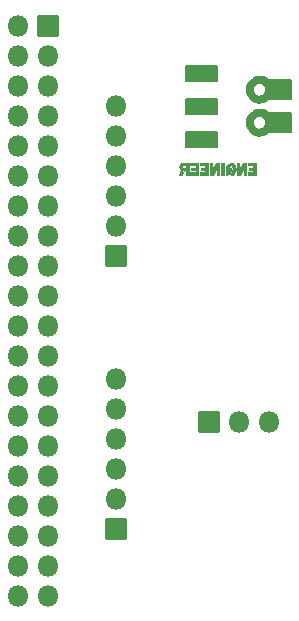
<source format=gbr>
%TF.GenerationSoftware,KiCad,Pcbnew,8.0.2*%
%TF.CreationDate,2024-05-07T14:35:48-05:00*%
%TF.ProjectId,CERBERUS 2100 Blinky,43455242-4552-4555-9320-323130302042,rev?*%
%TF.SameCoordinates,Original*%
%TF.FileFunction,Soldermask,Bot*%
%TF.FilePolarity,Negative*%
%FSLAX46Y46*%
G04 Gerber Fmt 4.6, Leading zero omitted, Abs format (unit mm)*
G04 Created by KiCad (PCBNEW 8.0.2) date 2024-05-07 14:35:48*
%MOMM*%
%LPD*%
G01*
G04 APERTURE LIST*
G04 Aperture macros list*
%AMRoundRect*
0 Rectangle with rounded corners*
0 $1 Rounding radius*
0 $2 $3 $4 $5 $6 $7 $8 $9 X,Y pos of 4 corners*
0 Add a 4 corners polygon primitive as box body*
4,1,4,$2,$3,$4,$5,$6,$7,$8,$9,$2,$3,0*
0 Add four circle primitives for the rounded corners*
1,1,$1+$1,$2,$3*
1,1,$1+$1,$4,$5*
1,1,$1+$1,$6,$7*
1,1,$1+$1,$8,$9*
0 Add four rect primitives between the rounded corners*
20,1,$1+$1,$2,$3,$4,$5,0*
20,1,$1+$1,$4,$5,$6,$7,0*
20,1,$1+$1,$6,$7,$8,$9,0*
20,1,$1+$1,$8,$9,$2,$3,0*%
G04 Aperture macros list end*
%ADD10C,0.134262*%
%ADD11C,0.095901*%
%ADD12RoundRect,0.050800X-0.850000X-0.850000X0.850000X-0.850000X0.850000X0.850000X-0.850000X0.850000X0*%
%ADD13O,1.801600X1.801600*%
%ADD14RoundRect,0.050800X0.850000X-0.850000X0.850000X0.850000X-0.850000X0.850000X-0.850000X-0.850000X0*%
%ADD15RoundRect,0.050800X0.850000X0.850000X-0.850000X0.850000X-0.850000X-0.850000X0.850000X-0.850000X0*%
G04 APERTURE END LIST*
D10*
%TO.C,svg2mod*%
X99160975Y-66708357D02*
X96525975Y-66708357D01*
X96525975Y-65485077D01*
X99160975Y-65485077D01*
X99160975Y-66708357D01*
G36*
X99160975Y-66708357D02*
G01*
X96525975Y-66708357D01*
X96525975Y-65485077D01*
X99160975Y-65485077D01*
X99160975Y-66708357D01*
G37*
X99160975Y-69507739D02*
X96525975Y-69507739D01*
X96525975Y-68284458D01*
X99160975Y-68284458D01*
X99160975Y-69507739D01*
G36*
X99160975Y-69507739D02*
G01*
X96525975Y-69507739D01*
X96525975Y-68284458D01*
X99160975Y-68284458D01*
X99160975Y-69507739D01*
G37*
X99160975Y-72314847D02*
X96525975Y-72314847D01*
X96525975Y-71091566D01*
X99160975Y-71091566D01*
X99160975Y-72314847D01*
G36*
X99160975Y-72314847D02*
G01*
X96525975Y-72314847D01*
X96525975Y-71091566D01*
X99160975Y-71091566D01*
X99160975Y-72314847D01*
G37*
D11*
X99793475Y-74684149D02*
X99568475Y-74684149D01*
X99568475Y-73687496D01*
X99793475Y-73687496D01*
X99793475Y-74684149D01*
G36*
X99793475Y-74684149D02*
G01*
X99568475Y-74684149D01*
X99568475Y-73687496D01*
X99793475Y-73687496D01*
X99793475Y-74684149D01*
G37*
X97605975Y-74681573D02*
X96915975Y-74681573D01*
X96915975Y-74483273D01*
X97378475Y-74483273D01*
X97378475Y-74266945D01*
X97015975Y-74266945D01*
X97015975Y-74078946D01*
X97375975Y-74078946D01*
X97375975Y-73875495D01*
X96915975Y-73875495D01*
X96915975Y-73684921D01*
X97605975Y-73684921D01*
X97605975Y-74681573D01*
G36*
X97605975Y-74681573D02*
G01*
X96915975Y-74681573D01*
X96915975Y-74483273D01*
X97378475Y-74483273D01*
X97378475Y-74266945D01*
X97015975Y-74266945D01*
X97015975Y-74078946D01*
X97375975Y-74078946D01*
X97375975Y-73875495D01*
X96915975Y-73875495D01*
X96915975Y-73684921D01*
X97605975Y-73684921D01*
X97605975Y-74681573D01*
G37*
X98433475Y-74681573D02*
X97743475Y-74681573D01*
X97743475Y-74483273D01*
X98203475Y-74483273D01*
X98203475Y-74266945D01*
X97840975Y-74266945D01*
X97840975Y-74078946D01*
X98203475Y-74078946D01*
X98203475Y-73875495D01*
X97743475Y-73875495D01*
X97743475Y-73684921D01*
X98433475Y-73684921D01*
X98433475Y-74681573D01*
G36*
X98433475Y-74681573D02*
G01*
X97743475Y-74681573D01*
X97743475Y-74483273D01*
X98203475Y-74483273D01*
X98203475Y-74266945D01*
X97840975Y-74266945D01*
X97840975Y-74078946D01*
X98203475Y-74078946D01*
X98203475Y-73875495D01*
X97743475Y-73875495D01*
X97743475Y-73684921D01*
X98433475Y-73684921D01*
X98433475Y-74681573D01*
G37*
X102490975Y-74681573D02*
X101800975Y-74681573D01*
X101800975Y-74483273D01*
X102260975Y-74483273D01*
X102260975Y-74266945D01*
X101898475Y-74266945D01*
X101898475Y-74078946D01*
X102260975Y-74078946D01*
X102260975Y-73875495D01*
X101800975Y-73875495D01*
X101800975Y-73684921D01*
X102490975Y-73684921D01*
X102490975Y-74681573D01*
G36*
X102490975Y-74681573D02*
G01*
X101800975Y-74681573D01*
X101800975Y-74483273D01*
X102260975Y-74483273D01*
X102260975Y-74266945D01*
X101898475Y-74266945D01*
X101898475Y-74078946D01*
X102260975Y-74078946D01*
X102260975Y-73875495D01*
X101800975Y-73875495D01*
X101800975Y-73684921D01*
X102490975Y-73684921D01*
X102490975Y-74681573D01*
G37*
X101093502Y-74207713D02*
X101088501Y-74274671D01*
X101418501Y-73687496D01*
X101663501Y-73687496D01*
X101663501Y-74684149D01*
X101486001Y-74684149D01*
X101486001Y-74086672D01*
X101488488Y-74042892D01*
X101490975Y-74009413D01*
X101113475Y-74684149D01*
X100920975Y-74684149D01*
X100920975Y-73687496D01*
X101093502Y-73687496D01*
X101093502Y-74207713D01*
G36*
X101093502Y-74207713D02*
G01*
X101088501Y-74274671D01*
X101418501Y-73687496D01*
X101663501Y-73687496D01*
X101663501Y-74684149D01*
X101486001Y-74684149D01*
X101486001Y-74086672D01*
X101488488Y-74042892D01*
X101490975Y-74009413D01*
X101113475Y-74684149D01*
X100920975Y-74684149D01*
X100920975Y-73687496D01*
X101093502Y-73687496D01*
X101093502Y-74207713D01*
G37*
X98628502Y-73690072D02*
X98801002Y-73690072D01*
X98801002Y-74210288D01*
X98796001Y-74277247D01*
X99126001Y-73690072D01*
X99371001Y-73690072D01*
X99371001Y-74686724D01*
X99193501Y-74686724D01*
X99193501Y-74089248D01*
X99195988Y-74045467D01*
X99198475Y-74011988D01*
X98820975Y-74684149D01*
X98628475Y-74684149D01*
X98628475Y-73687496D01*
X98628502Y-73690072D01*
G36*
X98628502Y-73690072D02*
G01*
X98801002Y-73690072D01*
X98801002Y-74210288D01*
X98796001Y-74277247D01*
X99126001Y-73690072D01*
X99371001Y-73690072D01*
X99371001Y-74686724D01*
X99193501Y-74686724D01*
X99193501Y-74089248D01*
X99195988Y-74045467D01*
X99198475Y-74011988D01*
X98820975Y-74684149D01*
X98628475Y-74684149D01*
X98628475Y-73687496D01*
X98628502Y-73690072D01*
G37*
X96780975Y-74681573D02*
X96553475Y-74681573D01*
X96553475Y-74287548D01*
X96388475Y-74287548D01*
X96240975Y-74681573D01*
X95990975Y-74681573D01*
X96168475Y-74241192D01*
X96042538Y-74137535D01*
X96002367Y-73988811D01*
X96233475Y-73988811D01*
X96258475Y-74066071D01*
X96313475Y-74109851D01*
X96413475Y-74120152D01*
X96553475Y-74120152D01*
X96553475Y-73865194D01*
X96418475Y-73865195D01*
X96310975Y-73872921D01*
X96258475Y-73914126D01*
X96233475Y-73988811D01*
X96002367Y-73988811D01*
X96000975Y-73983659D01*
X96048475Y-73816263D01*
X96165975Y-73713250D01*
X96355975Y-73684921D01*
X96780975Y-73684921D01*
X96780975Y-74681573D01*
G36*
X96780975Y-74681573D02*
G01*
X96553475Y-74681573D01*
X96553475Y-74287548D01*
X96388475Y-74287548D01*
X96240975Y-74681573D01*
X95990975Y-74681573D01*
X96168475Y-74241192D01*
X96042538Y-74137535D01*
X96002367Y-73988811D01*
X96233475Y-73988811D01*
X96258475Y-74066071D01*
X96313475Y-74109851D01*
X96413475Y-74120152D01*
X96553475Y-74120152D01*
X96553475Y-73865194D01*
X96418475Y-73865195D01*
X96310975Y-73872921D01*
X96258475Y-73914126D01*
X96233475Y-73988811D01*
X96002367Y-73988811D01*
X96000975Y-73983659D01*
X96048475Y-73816263D01*
X96165975Y-73713250D01*
X96355975Y-73684921D01*
X96780975Y-73684921D01*
X96780975Y-74681573D01*
G37*
X100525663Y-73705846D02*
X100658475Y-73813688D01*
X100742850Y-73982372D01*
X100770975Y-74197412D01*
X100744725Y-74397965D01*
X100665975Y-74557957D01*
X100539100Y-74662258D01*
X100370975Y-74697025D01*
X100105975Y-74568259D01*
X100073475Y-74684149D01*
X99970975Y-74684149D01*
X99970975Y-74151055D01*
X99970975Y-74145905D01*
X100375975Y-74145905D01*
X100375975Y-74331329D01*
X100193475Y-74331329D01*
X100240975Y-74462670D01*
X100348475Y-74503875D01*
X100493475Y-74424040D01*
X100543475Y-74189685D01*
X100495975Y-73945029D01*
X100355975Y-73860043D01*
X100188475Y-74040316D01*
X99973475Y-74011988D01*
X100093475Y-73762181D01*
X100353475Y-73669469D01*
X100525663Y-73705846D01*
G36*
X100525663Y-73705846D02*
G01*
X100658475Y-73813688D01*
X100742850Y-73982372D01*
X100770975Y-74197412D01*
X100744725Y-74397965D01*
X100665975Y-74557957D01*
X100539100Y-74662258D01*
X100370975Y-74697025D01*
X100105975Y-74568259D01*
X100073475Y-74684149D01*
X99970975Y-74684149D01*
X99970975Y-74151055D01*
X99970975Y-74145905D01*
X100375975Y-74145905D01*
X100375975Y-74331329D01*
X100193475Y-74331329D01*
X100240975Y-74462670D01*
X100348475Y-74503875D01*
X100493475Y-74424040D01*
X100543475Y-74189685D01*
X100495975Y-73945029D01*
X100355975Y-73860043D01*
X100188475Y-74040316D01*
X99973475Y-74011988D01*
X100093475Y-73762181D01*
X100353475Y-73669469D01*
X100525663Y-73705846D01*
G37*
D10*
X103057179Y-66424117D02*
X103305605Y-66529897D01*
X103518475Y-66692905D01*
X105453475Y-66692905D01*
X105453475Y-68269006D01*
X103518475Y-68269006D01*
X103306716Y-68433160D01*
X103057734Y-68538367D01*
X102780975Y-68575470D01*
X102498278Y-68536423D01*
X102244401Y-68426197D01*
X102029413Y-68255164D01*
X101863383Y-68033698D01*
X101756380Y-67772171D01*
X101718475Y-67480956D01*
X102213475Y-67480956D01*
X102257850Y-67708108D01*
X102379100Y-67893974D01*
X102559413Y-68019481D01*
X102780975Y-68065555D01*
X103002538Y-68019481D01*
X103182850Y-67893974D01*
X103304100Y-67708108D01*
X103348475Y-67480956D01*
X103303749Y-67252315D01*
X103181913Y-67065684D01*
X103001483Y-66939895D01*
X102780975Y-66893781D01*
X102559413Y-66939895D01*
X102379100Y-67065684D01*
X102257850Y-67252315D01*
X102213475Y-67480956D01*
X101718475Y-67480956D01*
X101756380Y-67189741D01*
X101863383Y-66928214D01*
X102029413Y-66706748D01*
X102244401Y-66535715D01*
X102498278Y-66425489D01*
X102780975Y-66386441D01*
X103057179Y-66424117D01*
G36*
X103057179Y-66424117D02*
G01*
X103305605Y-66529897D01*
X103518475Y-66692905D01*
X105453475Y-66692905D01*
X105453475Y-68269006D01*
X103518475Y-68269006D01*
X103306716Y-68433160D01*
X103057734Y-68538367D01*
X102780975Y-68575470D01*
X102498278Y-68536423D01*
X102244401Y-68426197D01*
X102029413Y-68255164D01*
X101863383Y-68033698D01*
X101756380Y-67772171D01*
X101718475Y-67480956D01*
X102213475Y-67480956D01*
X102257850Y-67708108D01*
X102379100Y-67893974D01*
X102559413Y-68019481D01*
X102780975Y-68065555D01*
X103002538Y-68019481D01*
X103182850Y-67893974D01*
X103304100Y-67708108D01*
X103348475Y-67480956D01*
X103303749Y-67252315D01*
X103181913Y-67065684D01*
X103001483Y-66939895D01*
X102780975Y-66893781D01*
X102559413Y-66939895D01*
X102379100Y-67065684D01*
X102257850Y-67252315D01*
X102213475Y-67480956D01*
X101718475Y-67480956D01*
X101756380Y-67189741D01*
X101863383Y-66928214D01*
X102029413Y-66706748D01*
X102244401Y-66535715D01*
X102498278Y-66425489D01*
X102780975Y-66386441D01*
X103057179Y-66424117D01*
G37*
X103057179Y-69218349D02*
X103305605Y-69324128D01*
X103518475Y-69487137D01*
X105453475Y-69487137D01*
X105453475Y-71063237D01*
X103518475Y-71063237D01*
X103306716Y-71227391D01*
X103057734Y-71332598D01*
X102780975Y-71369701D01*
X102498278Y-71330654D01*
X102244401Y-71220428D01*
X102029413Y-71049395D01*
X101863383Y-70827929D01*
X101756380Y-70566402D01*
X101718475Y-70275187D01*
X102213475Y-70275187D01*
X102257850Y-70503828D01*
X102379100Y-70690459D01*
X102559413Y-70816247D01*
X102780975Y-70862362D01*
X103002538Y-70816247D01*
X103182850Y-70690459D01*
X103304100Y-70503828D01*
X103348475Y-70275187D01*
X103303749Y-70046949D01*
X103181913Y-69861203D01*
X103001483Y-69736300D01*
X102780975Y-69690587D01*
X102559413Y-69736662D01*
X102379100Y-69862169D01*
X102257850Y-70048035D01*
X102213475Y-70275187D01*
X101718475Y-70275187D01*
X101756380Y-69983972D01*
X101863383Y-69722445D01*
X102029413Y-69500979D01*
X102244401Y-69329946D01*
X102498278Y-69219720D01*
X102780975Y-69180672D01*
X103057179Y-69218349D01*
G36*
X103057179Y-69218349D02*
G01*
X103305605Y-69324128D01*
X103518475Y-69487137D01*
X105453475Y-69487137D01*
X105453475Y-71063237D01*
X103518475Y-71063237D01*
X103306716Y-71227391D01*
X103057734Y-71332598D01*
X102780975Y-71369701D01*
X102498278Y-71330654D01*
X102244401Y-71220428D01*
X102029413Y-71049395D01*
X101863383Y-70827929D01*
X101756380Y-70566402D01*
X101718475Y-70275187D01*
X102213475Y-70275187D01*
X102257850Y-70503828D01*
X102379100Y-70690459D01*
X102559413Y-70816247D01*
X102780975Y-70862362D01*
X103002538Y-70816247D01*
X103182850Y-70690459D01*
X103304100Y-70503828D01*
X103348475Y-70275187D01*
X103303749Y-70046949D01*
X103181913Y-69861203D01*
X103001483Y-69736300D01*
X102780975Y-69690587D01*
X102559413Y-69736662D01*
X102379100Y-69862169D01*
X102257850Y-70048035D01*
X102213475Y-70275187D01*
X101718475Y-70275187D01*
X101756380Y-69983972D01*
X101863383Y-69722445D01*
X102029413Y-69500979D01*
X102244401Y-69329946D01*
X102498278Y-69219720D01*
X102780975Y-69180672D01*
X103057179Y-69218349D01*
G37*
%TD*%
D12*
%TO.C,J1*%
X84861400Y-62052200D03*
D13*
X82321400Y-62052200D03*
X84861400Y-64592200D03*
X82321400Y-64592200D03*
X84861400Y-67132200D03*
X82321400Y-67132200D03*
X84861400Y-69672200D03*
X82321400Y-69672200D03*
X84861400Y-72212200D03*
X82321400Y-72212200D03*
X84861400Y-74752200D03*
X82321400Y-74752200D03*
X84861400Y-77292200D03*
X82321400Y-77292200D03*
X84861400Y-79832200D03*
X82321400Y-79832200D03*
X84861400Y-82372200D03*
X82321400Y-82372200D03*
X84861400Y-84912200D03*
X82321400Y-84912200D03*
X84861400Y-87452200D03*
X82321400Y-87452200D03*
X84861400Y-89992200D03*
X82321400Y-89992200D03*
X84861400Y-92532200D03*
X82321400Y-92532200D03*
X84861400Y-95072200D03*
X82321400Y-95072200D03*
X84861400Y-97612200D03*
X82321400Y-97612200D03*
X84861400Y-100152200D03*
X82321400Y-100152200D03*
X84861400Y-102692200D03*
X82321400Y-102692200D03*
X84861400Y-105232200D03*
X82321400Y-105232200D03*
X84861400Y-107772200D03*
X82321400Y-107772200D03*
X84861400Y-110312200D03*
X82321400Y-110312200D03*
%TD*%
D14*
%TO.C,J2*%
X98526600Y-95656400D03*
D13*
X101066600Y-95656400D03*
X103606600Y-95656400D03*
%TD*%
D15*
%TO.C,J3*%
X90678000Y-81534000D03*
D13*
X90678000Y-78994000D03*
X90678000Y-76454000D03*
X90678000Y-73914000D03*
X90678000Y-71374000D03*
X90678000Y-68834000D03*
%TD*%
D15*
%TO.C,J4*%
X90678000Y-104648000D03*
D13*
X90678000Y-102108000D03*
X90678000Y-99568000D03*
X90678000Y-97028000D03*
X90678000Y-94488000D03*
X90678000Y-91948000D03*
%TD*%
M02*

</source>
